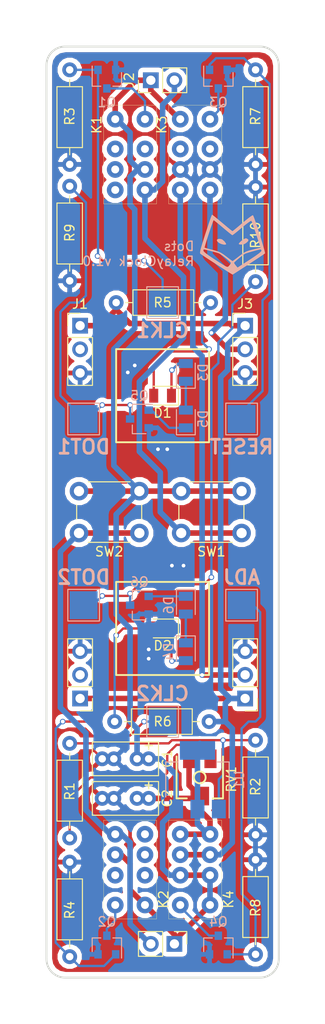
<source format=kicad_pcb>
(kicad_pcb (version 4) (host pcbnew 4.0.4+e1-6308~48~ubuntu16.04.1-stable)
  (layers (0 F.Cu signal) (31 B.Cu signal) (34 B.Paste user) (35 F.Paste user) (36 B.SilkS user) (37 F.SilkS user) (38 B.Mask user) (39 F.Mask user) (44 Edge.Cuts user))
  (net 0 "")
  (net 1 +12V)
  (net 2 GND)
  (net 3 ADJ)
  (net 4 "Net-(D1-Pad1)")
  (net 5 +12P)
  (net 6 "Net-(D2-Pad1)")
  (net 7 "Net-(D3-Pad1)")
  (net 8 "Net-(D4-Pad1)")
  (net 9 "Net-(D5-Pad1)")
  (net 10 "Net-(D6-Pad1)")
  (net 11 RESET_1)
  (net 12 CLK1)
  (net 13 CLK2)
  (net 14 RESET_2)
  (net 15 "Net-(K1-Pad8)")
  (net 16 "Net-(K2-Pad8)")
  (net 17 "Net-(K3-Pad8)")
  (net 18 "Net-(K4-Pad8)")
  (net 19 CLK1_EXT)
  (net 20 CLK2_EXT)
  (net 21 RESET_EXT)
  (net 22 ADJ_EXT)
  (net 23 DOT1)
  (net 24 "Net-(R1-Pad1)")
  (net 25 "Net-(R1-Pad2)")
  (net 26 DOT2)
  (net 27 "Net-(D1-Pad2)")
  (net 28 "Net-(D2-Pad2)")
  (module Resistor_THT:R_Axial_DIN0207_L6.3mm_D2.5mm_P10.16mm_Horizontal (layer F.Cu) (at 107.5 77.5)
    (fp_text reference R5 (at 5 0) (layer F.SilkS))
    (fp_text value 33R hide)
    (pad 1 thru_hole circle (at 0 0) (size 1.6 1.6) (drill 0.8) (layers *.Cu *.Mask) (net 5 +12P))
    (pad 2 thru_hole oval (at 10.16 0) (size 1.6 1.6) (drill 0.8) (layers *.Cu *.Mask) (net 27 "Net-(D1-Pad2)"))
  )
  (module Capacitor_THT:C_Rect_L7.0mm_W3.5mm_P2.50mm_P5.00mm (layer F.Cu) (at 111 126.5 180)
    (fp_text reference C1 (at -2 0 270) (layer F.SilkS))
    (fp_text value 10u)
    (pad 1 thru_hole circle (at 1.25 0 180) (size 1.6 1.6) (drill 0.8) (layers *.Cu *.Mask) (net 1 +12V))
    (pad 2 thru_hole circle (at 3.75 0 180) (size 1.6 1.6) (drill 0.8) (layers *.Cu *.Mask) (net 2 GND))
    (pad 1 thru_hole circle (at 0 0 180) (size 1.6 1.6) (drill 0.8) (layers *.Cu *.Mask) (net 1 +12V))
    (pad 2 thru_hole circle (at 5 0 180) (size 1.6 1.6) (drill 0.8) (layers *.Cu *.Mask) (net 2 GND))
  )
  (module Capacitor_THT:C_Rect_L7.0mm_W3.5mm_P2.50mm_P5.00mm (layer F.Cu) (at 111 130.75 180)
    (fp_text reference C2 (at -2 0 270) (layer F.SilkS))
    (fp_text value 100u hide)
    (pad 1 thru_hole circle (at 1.25 0 180) (size 1.6 1.6) (drill 0.8) (layers *.Cu *.Mask) (net 3 ADJ))
    (pad 2 thru_hole circle (at 3.75 0 180) (size 1.6 1.6) (drill 0.8) (layers *.Cu *.Mask) (net 2 GND))
    (pad 1 thru_hole circle (at 0 0 180) (size 1.6 1.6) (drill 0.8) (layers *.Cu *.Mask) (net 3 ADJ))
    (pad 2 thru_hole circle (at 5 0 180) (size 1.6 1.6) (drill 0.8) (layers *.Cu *.Mask) (net 2 GND))
  )
  (module LED_SMD:LED_0805_2012Metric_Pad0.97x1.50mm_HandSolder (layer F.Cu) (at 112.5 87.5 180)
    (fp_text reference D1 (at 0 -1.85 180) (layer F.SilkS))
    (fp_text value LED)
    (pad 1 smd rect (at -0.955 0 180) (size 0.97 1.5) (layers F.Cu F.Paste F.Mask) (net 4 "Net-(D1-Pad1)"))
    (pad 2 smd rect (at 0.955 0 180) (size 0.97 1.5) (layers F.Cu F.Paste F.Mask) (net 27 "Net-(D1-Pad2)"))
  )
  (module LED_SMD:LED_0805_2012Metric_Pad0.97x1.50mm_HandSolder (layer F.Cu) (at 112.5 112.5 180)
    (fp_text reference D2 (at 0 -1.85 180) (layer F.SilkS))
    (fp_text value LED)
    (pad 1 smd rect (at -0.955 0 180) (size 0.97 1.5) (layers F.Cu F.Paste F.Mask) (net 6 "Net-(D2-Pad1)"))
    (pad 2 smd rect (at 0.955 0 180) (size 0.97 1.5) (layers F.Cu F.Paste F.Mask) (net 28 "Net-(D2-Pad2)"))
  )
  (module LED_SMD:LED_0805_2012Metric_Pad0.97x1.50mm_HandSolder (layer B.Cu) (at 115 85 90)
    (fp_text reference D3 (at 0 1.85 90) (layer B.SilkS) (effects (justify mirror)))
    (fp_text value LED)
    (pad 1 smd rect (at -0.955 0 90) (size 0.97 1.5) (layers B.Cu B.Paste B.Mask) (net 7 "Net-(D3-Pad1)"))
    (pad 2 smd rect (at 0.955 0 90) (size 0.97 1.5) (layers B.Cu B.Paste B.Mask) (net 4 "Net-(D1-Pad1)"))
  )
  (module LED_SMD:LED_0805_2012Metric_Pad0.97x1.50mm_HandSolder (layer B.Cu) (at 115 115 270)
    (fp_text reference D4 (at 0 1.85 270) (layer B.SilkS) (effects (justify mirror)))
    (fp_text value LED)
    (pad 1 smd rect (at -0.955 0 270) (size 0.97 1.5) (layers B.Cu B.Paste B.Mask) (net 8 "Net-(D4-Pad1)"))
    (pad 2 smd rect (at 0.955 0 270) (size 0.97 1.5) (layers B.Cu B.Paste B.Mask) (net 6 "Net-(D2-Pad1)"))
  )
  (module LED_SMD:LED_0805_2012Metric_Pad0.97x1.50mm_HandSolder (layer B.Cu) (at 115 90 90)
    (fp_text reference D5 (at 0 1.85 90) (layer B.SilkS) (effects (justify mirror)))
    (fp_text value LED)
    (pad 1 smd rect (at -0.955 0 90) (size 0.97 1.5) (layers B.Cu B.Paste B.Mask) (net 9 "Net-(D5-Pad1)"))
    (pad 2 smd rect (at 0.955 0 90) (size 0.97 1.5) (layers B.Cu B.Paste B.Mask) (net 7 "Net-(D3-Pad1)"))
  )
  (module LED_SMD:LED_0805_2012Metric_Pad0.97x1.50mm_HandSolder (layer B.Cu) (at 115 110 270)
    (fp_text reference D6 (at 0 1.85 270) (layer B.SilkS) (effects (justify mirror)))
    (fp_text value LED)
    (pad 1 smd rect (at -0.955 0 270) (size 0.97 1.5) (layers B.Cu B.Paste B.Mask) (net 10 "Net-(D6-Pad1)"))
    (pad 2 smd rect (at 0.955 0 270) (size 0.97 1.5) (layers B.Cu B.Paste B.Mask) (net 8 "Net-(D4-Pad1)"))
  )
  (module Connector_PinHeader_2.54mm:PinHeader_1x03_P2.54mm_Vertical (layer F.Cu) (at 103.62 79.98)
    (fp_text reference J1 (at 0 -2.33) (layer F.SilkS))
    (fp_text value Conn_01x03 hide)
    (pad 1 thru_hole rect (at 0 0) (size 1.7 1.7) (drill 1) (layers *.Cu *.Mask) (net 5 +12P))
    (pad 2 thru_hole oval (at 0 2.54) (size 1.7 1.7) (drill 1) (layers *.Cu *.Mask))
    (pad 3 thru_hole oval (at 0 5.08) (size 1.7 1.7) (drill 1) (layers *.Cu *.Mask) (net 2 GND))
  )
  (module Connector_PinHeader_2.54mm:PinHeader_1x02_P2.54mm_Vertical (layer F.Cu) (at 111.23 53.62 90)
    (fp_text reference J2 (at 0 -2.33 90) (layer F.SilkS))
    (fp_text value Conn_01x02 hide)
    (pad 1 thru_hole rect (at 0 0 90) (size 1.7 1.7) (drill 1) (layers *.Cu *.Mask) (net 1 +12V))
    (pad 2 thru_hole oval (at 0 2.54 90) (size 1.7 1.7) (drill 1) (layers *.Cu *.Mask) (net 12 CLK1))
  )
  (module Connector_PinHeader_2.54mm:PinHeader_1x03_P2.54mm_Vertical (layer F.Cu) (at 121.38 79.98)
    (fp_text reference J3 (at 0 -2.33) (layer F.SilkS))
    (fp_text value Conn_01x03 hide)
    (pad 1 thru_hole rect (at 0 0) (size 1.7 1.7) (drill 1) (layers *.Cu *.Mask) (net 5 +12P))
    (pad 2 thru_hole oval (at 0 2.54) (size 1.7 1.7) (drill 1) (layers *.Cu *.Mask) (net 11 RESET_1))
    (pad 3 thru_hole oval (at 0 5.08) (size 1.7 1.7) (drill 1) (layers *.Cu *.Mask) (net 2 GND))
  )
  (module Connector_PinHeader_2.54mm:PinHeader_1x02_P2.54mm_Vertical (layer F.Cu) (at 113.77 146.38 270)
    (fp_text reference J4 hide)
    (fp_text value Conn_01x02 hide)
    (pad 1 thru_hole rect (at 0 0 270) (size 1.7 1.7) (drill 1) (layers *.Cu *.Mask) (net 1 +12V))
    (pad 2 thru_hole oval (at 0 2.54 270) (size 1.7 1.7) (drill 1) (layers *.Cu *.Mask) (net 13 CLK2))
  )
  (module Connector_PinHeader_2.54mm:PinHeader_1x03_P2.54mm_Vertical (layer F.Cu) (at 103.62 120.02 180)
    (fp_text reference J5 hide)
    (fp_text value Conn_01x03 hide)
    (pad 1 thru_hole rect (at 0 0 180) (size 1.7 1.7) (drill 1) (layers *.Cu *.Mask) (net 5 +12P))
    (pad 2 thru_hole oval (at 0 2.54 180) (size 1.7 1.7) (drill 1) (layers *.Cu *.Mask))
    (pad 3 thru_hole oval (at 0 5.08 180) (size 1.7 1.7) (drill 1) (layers *.Cu *.Mask) (net 2 GND))
  )
  (module Connector_PinHeader_2.54mm:PinHeader_1x03_P2.54mm_Vertical (layer F.Cu) (at 121.38 120.02 180)
    (fp_text reference J6 hide)
    (fp_text value Conn_01x03 hide)
    (pad 1 thru_hole rect (at 0 0 180) (size 1.7 1.7) (drill 1) (layers *.Cu *.Mask) (net 5 +12P))
    (pad 2 thru_hole oval (at 0 2.54 180) (size 1.7 1.7) (drill 1) (layers *.Cu *.Mask) (net 14 RESET_2))
    (pad 3 thru_hole oval (at 0 5.08 180) (size 1.7 1.7) (drill 1) (layers *.Cu *.Mask) (net 2 GND))
  )
  (module relayclock:FTR-B4_PTH (layer F.Cu) (at 109 61 270)
    (fp_text reference K1 (at -2.6 3.6 450) (layer F.SilkS))
    (fp_text value FTR-B4 hide)
    (pad 1 thru_hole circle (at -3.2 1.6 270) (size 1.8 1.8) (drill 0.85) (layers *.Cu *.Mask) (net 1 +12V))
    (pad 2 thru_hole circle (at 0 1.6 270) (size 1.8 1.8) (drill 0.85) (layers *.Cu *.Mask))
    (pad 3 thru_hole circle (at 2.2 1.6 270) (size 1.8 1.8) (drill 0.85) (layers *.Cu *.Mask))
    (pad 4 thru_hole circle (at 4.4 1.6 270) (size 1.8 1.8) (drill 0.85) (layers *.Cu *.Mask))
    (pad 5 thru_hole circle (at 4.4 -1.6 270) (size 1.8 1.8) (drill 0.85) (layers *.Cu *.Mask) (net 12 CLK1))
    (pad 6 thru_hole circle (at 2.2 -1.6 270) (size 1.8 1.8) (drill 0.85) (layers *.Cu *.Mask) (net 1 +12V))
    (pad 7 thru_hole circle (at 0 -1.6 270) (size 1.8 1.8) (drill 0.85) (layers *.Cu *.Mask))
    (pad 8 thru_hole circle (at -3.2 -1.6 270) (size 1.8 1.8) (drill 0.85) (layers *.Cu *.Mask) (net 15 "Net-(K1-Pad8)"))
  )
  (module relayclock:FTR-B4_PTH (layer F.Cu) (at 109 139 90)
    (fp_text reference K2 (at -2.6 3.6 270) (layer F.SilkS))
    (fp_text value FTR-B4 hide)
    (pad 1 thru_hole circle (at -3.2 1.6 90) (size 1.8 1.8) (drill 0.85) (layers *.Cu *.Mask) (net 1 +12V))
    (pad 2 thru_hole circle (at 0 1.6 90) (size 1.8 1.8) (drill 0.85) (layers *.Cu *.Mask))
    (pad 3 thru_hole circle (at 2.2 1.6 90) (size 1.8 1.8) (drill 0.85) (layers *.Cu *.Mask))
    (pad 4 thru_hole circle (at 4.4 1.6 90) (size 1.8 1.8) (drill 0.85) (layers *.Cu *.Mask))
    (pad 5 thru_hole circle (at 4.4 -1.6 90) (size 1.8 1.8) (drill 0.85) (layers *.Cu *.Mask) (net 13 CLK2))
    (pad 6 thru_hole circle (at 2.2 -1.6 90) (size 1.8 1.8) (drill 0.85) (layers *.Cu *.Mask) (net 1 +12V))
    (pad 7 thru_hole circle (at 0 -1.6 90) (size 1.8 1.8) (drill 0.85) (layers *.Cu *.Mask))
    (pad 8 thru_hole circle (at -3.2 -1.6 90) (size 1.8 1.8) (drill 0.85) (layers *.Cu *.Mask) (net 16 "Net-(K2-Pad8)"))
  )
  (module relayclock:FTR-B4_PTH (layer F.Cu) (at 116 61 270)
    (fp_text reference K3 (at -2.6 3.6 450) (layer F.SilkS))
    (fp_text value FTR-B4 hide)
    (pad 1 thru_hole circle (at -3.2 1.6 270) (size 1.8 1.8) (drill 0.85) (layers *.Cu *.Mask) (net 1 +12V))
    (pad 2 thru_hole circle (at 0 1.6 270) (size 1.8 1.8) (drill 0.85) (layers *.Cu *.Mask))
    (pad 3 thru_hole circle (at 2.2 1.6 270) (size 1.8 1.8) (drill 0.85) (layers *.Cu *.Mask) (net 2 GND))
    (pad 4 thru_hole circle (at 4.4 1.6 270) (size 1.8 1.8) (drill 0.85) (layers *.Cu *.Mask) (net 14 RESET_2))
    (pad 5 thru_hole circle (at 4.4 -1.6 270) (size 1.8 1.8) (drill 0.85) (layers *.Cu *.Mask) (net 11 RESET_1))
    (pad 6 thru_hole circle (at 2.2 -1.6 270) (size 1.8 1.8) (drill 0.85) (layers *.Cu *.Mask) (net 2 GND))
    (pad 7 thru_hole circle (at 0 -1.6 270) (size 1.8 1.8) (drill 0.85) (layers *.Cu *.Mask))
    (pad 8 thru_hole circle (at -3.2 -1.6 270) (size 1.8 1.8) (drill 0.85) (layers *.Cu *.Mask) (net 17 "Net-(K3-Pad8)"))
  )
  (module relayclock:FTR-B4_PTH (layer F.Cu) (at 116 139 90)
    (fp_text reference K4 (at -2.6 3.6 270) (layer F.SilkS))
    (fp_text value FTR-B4 hide)
    (pad 1 thru_hole circle (at -3.2 1.6 90) (size 1.8 1.8) (drill 0.85) (layers *.Cu *.Mask) (net 1 +12V))
    (pad 2 thru_hole circle (at 0 1.6 90) (size 1.8 1.8) (drill 0.85) (layers *.Cu *.Mask) (net 1 +12V))
    (pad 3 thru_hole circle (at 2.2 1.6 90) (size 1.8 1.8) (drill 0.85) (layers *.Cu *.Mask) (net 5 +12P))
    (pad 4 thru_hole circle (at 4.4 1.6 90) (size 1.8 1.8) (drill 0.85) (layers *.Cu *.Mask) (net 3 ADJ))
    (pad 5 thru_hole circle (at 4.4 -1.6 90) (size 1.8 1.8) (drill 0.85) (layers *.Cu *.Mask) (net 3 ADJ))
    (pad 6 thru_hole circle (at 2.2 -1.6 90) (size 1.8 1.8) (drill 0.85) (layers *.Cu *.Mask) (net 5 +12P))
    (pad 7 thru_hole circle (at 0 -1.6 90) (size 1.8 1.8) (drill 0.85) (layers *.Cu *.Mask) (net 1 +12V))
    (pad 8 thru_hole circle (at -3.2 -1.6 90) (size 1.8 1.8) (drill 0.85) (layers *.Cu *.Mask) (net 18 "Net-(K4-Pad8)"))
  )
  (module Package_TO_SOT_SMD:SOT-23 (layer B.Cu) (at 106.5 53.5 270)
    (fp_text reference Q1 (at 2.5 0 360) (layer B.SilkS) (effects (justify mirror)))
    (fp_text value Q_NMOS_GSD hide)
    (pad 1 smd rect (at -1 0.95 270) (size 0.9 0.8) (layers B.Cu B.Paste B.Mask) (net 19 CLK1_EXT))
    (pad 2 smd rect (at -1 -0.95 270) (size 0.9 0.8) (layers B.Cu B.Paste B.Mask) (net 2 GND))
    (pad 3 smd rect (at 1 0 270) (size 0.9 0.8) (layers B.Cu B.Paste B.Mask) (net 15 "Net-(K1-Pad8)"))
  )
  (module Package_TO_SOT_SMD:SOT-23 (layer B.Cu) (at 106.5 146.5 90)
    (fp_text reference Q2 (at 2.5 0 180) (layer B.SilkS) (effects (justify mirror)))
    (fp_text value Q_NMOS_GSD hide)
    (pad 1 smd rect (at -1 0.95 90) (size 0.9 0.8) (layers B.Cu B.Paste B.Mask) (net 20 CLK2_EXT))
    (pad 2 smd rect (at -1 -0.95 90) (size 0.9 0.8) (layers B.Cu B.Paste B.Mask) (net 2 GND))
    (pad 3 smd rect (at 1 0 90) (size 0.9 0.8) (layers B.Cu B.Paste B.Mask) (net 16 "Net-(K2-Pad8)"))
  )
  (module Package_TO_SOT_SMD:SOT-23 (layer B.Cu) (at 118.5 53.5 270)
    (fp_text reference Q3 (at 2.5 0 360) (layer B.SilkS) (effects (justify mirror)))
    (fp_text value Q_NMOS_GSD hide)
    (pad 1 smd rect (at -1 0.95 270) (size 0.9 0.8) (layers B.Cu B.Paste B.Mask) (net 21 RESET_EXT))
    (pad 2 smd rect (at -1 -0.95 270) (size 0.9 0.8) (layers B.Cu B.Paste B.Mask) (net 2 GND))
    (pad 3 smd rect (at 1 0 270) (size 0.9 0.8) (layers B.Cu B.Paste B.Mask) (net 17 "Net-(K3-Pad8)"))
  )
  (module Package_TO_SOT_SMD:SOT-23 (layer B.Cu) (at 118.5 146.5 90)
    (fp_text reference Q4 (at 2.5 0 180) (layer B.SilkS) (effects (justify mirror)))
    (fp_text value Q_NMOS_GSD hide)
    (pad 1 smd rect (at -1 0.95 90) (size 0.9 0.8) (layers B.Cu B.Paste B.Mask) (net 22 ADJ_EXT))
    (pad 2 smd rect (at -1 -0.95 90) (size 0.9 0.8) (layers B.Cu B.Paste B.Mask) (net 2 GND))
    (pad 3 smd rect (at 1 0 90) (size 0.9 0.8) (layers B.Cu B.Paste B.Mask) (net 18 "Net-(K4-Pad8)"))
  )
  (module Package_TO_SOT_SMD:SOT-23 (layer B.Cu) (at 110 90 180)
    (fp_text reference Q5 (at 0 2.5 180) (layer B.SilkS) (effects (justify mirror)))
    (fp_text value Q_NMOS_DSG hide)
    (pad 1 smd rect (at -1 0.95 180) (size 0.9 0.8) (layers B.Cu B.Paste B.Mask) (net 9 "Net-(D5-Pad1)"))
    (pad 2 smd rect (at -1 -0.95 180) (size 0.9 0.8) (layers B.Cu B.Paste B.Mask) (net 2 GND))
    (pad 3 smd rect (at 1 0 180) (size 0.9 0.8) (layers B.Cu B.Paste B.Mask) (net 23 DOT1))
  )
  (module Package_TO_SOT_SMD:SOT-23 (layer B.Cu) (at 110 110 180)
    (fp_text reference Q6 (at 0 2.5 180) (layer B.SilkS) (effects (justify mirror)))
    (fp_text value Q_NMOS_DSG hide)
    (pad 1 smd rect (at -1 0.95 180) (size 0.9 0.8) (layers B.Cu B.Paste B.Mask) (net 10 "Net-(D6-Pad1)"))
    (pad 2 smd rect (at -1 -0.95 180) (size 0.9 0.8) (layers B.Cu B.Paste B.Mask) (net 2 GND))
    (pad 3 smd rect (at 1 0 180) (size 0.9 0.8) (layers B.Cu B.Paste B.Mask) (net 26 DOT2))
  )
  (module Resistor_THT:R_Axial_DIN0207_L6.3mm_D2.5mm_P10.16mm_Horizontal (layer F.Cu) (at 102.5 135 90)
    (fp_text reference R1 (at 5 0 90) (layer F.SilkS))
    (fp_text value 1k8 hide)
    (pad 1 thru_hole circle (at 0 0 90) (size 1.6 1.6) (drill 0.8) (layers *.Cu *.Mask) (net 24 "Net-(R1-Pad1)"))
    (pad 2 thru_hole oval (at 10.16 0 90) (size 1.6 1.6) (drill 0.8) (layers *.Cu *.Mask) (net 25 "Net-(R1-Pad2)"))
  )
  (module Resistor_THT:R_Axial_DIN0207_L6.3mm_D2.5mm_P10.16mm_Horizontal (layer F.Cu) (at 122.5 124.5 270)
    (fp_text reference R2 (at 5 0 270) (layer F.SilkS))
    (fp_text value 2k5 hide)
    (pad 1 thru_hole circle (at 0 0 270) (size 1.6 1.6) (drill 0.8) (layers *.Cu *.Mask) (net 25 "Net-(R1-Pad2)"))
    (pad 2 thru_hole oval (at 10.16 0 270) (size 1.6 1.6) (drill 0.8) (layers *.Cu *.Mask) (net 2 GND))
  )
  (module relayclock:TrimmPoti_Model23A_SMD (layer F.Cu) (at 116.5 128.5 90)
    (fp_text reference RV1 (at -0.2 3.4 270) (layer F.SilkS))
    (fp_text value 20k hide)
    (pad 2 smd rect (at -2 0 90) (size 2 2) (layers F.Cu F.Paste F.Mask) (net 3 ADJ))
    (pad 3 smd rect (at 2 1.15 90) (size 2 1.3) (layers F.Cu F.Paste F.Mask) (net 24 "Net-(R1-Pad1)"))
    (pad 1 smd rect (at 2 -1.15 90) (size 2 1.3) (layers F.Cu F.Paste F.Mask) (net 3 ADJ))
  )
  (module Button_Switch_THT:SW_PUSH_6mm (layer F.Cu) (at 121 102.25 180)
    (fp_text reference SW1 (at 3.25 -2 180) (layer F.SilkS))
    (fp_text value SW_Push)
    (pad 2 thru_hole circle (at 0 4.5 270) (size 2 2) (drill 1.1) (layers *.Cu *.Mask) (net 1 +12V))
    (pad 1 thru_hole circle (at 0 0 270) (size 2 2) (drill 1.1) (layers *.Cu *.Mask) (net 12 CLK1))
    (pad 2 thru_hole circle (at 6.5 4.5 270) (size 2 2) (drill 1.1) (layers *.Cu *.Mask) (net 1 +12V))
    (pad 1 thru_hole circle (at 6.5 0 270) (size 2 2) (drill 1.1) (layers *.Cu *.Mask) (net 12 CLK1))
  )
  (module Button_Switch_THT:SW_PUSH_6mm (layer F.Cu) (at 110 102.25 180)
    (fp_text reference SW2 (at 3.25 -2 180) (layer F.SilkS))
    (fp_text value SW_Push)
    (pad 2 thru_hole circle (at 0 4.5 270) (size 2 2) (drill 1.1) (layers *.Cu *.Mask) (net 1 +12V))
    (pad 1 thru_hole circle (at 0 0 270) (size 2 2) (drill 1.1) (layers *.Cu *.Mask) (net 13 CLK2))
    (pad 2 thru_hole circle (at 6.5 4.5 270) (size 2 2) (drill 1.1) (layers *.Cu *.Mask) (net 1 +12V))
    (pad 1 thru_hole circle (at 6.5 0 270) (size 2 2) (drill 1.1) (layers *.Cu *.Mask) (net 13 CLK2))
  )
  (module TestPoint:TestPoint_Pad_3.0x3.0mm (layer B.Cu) (at 104 90)
    (fp_text reference J7 hide)
    (fp_text value Conn_01x01 hide)
    (pad 1 smd rect (at 0 0) (size 3 3) (layers B.Cu B.Mask) (net 23 DOT1))
  )
  (module TestPoint:TestPoint_Pad_3.0x3.0mm (layer B.Cu) (at 104 110)
    (fp_text reference J8 hide)
    (fp_text value Conn_01x01 hide)
    (pad 1 smd rect (at 0 0) (size 3 3) (layers B.Cu B.Mask) (net 26 DOT2))
  )
  (module TestPoint:TestPoint_Pad_3.0x3.0mm (layer B.Cu) (at 112.5 77.5)
    (fp_text reference J9 hide)
    (fp_text value Conn_01x01 hide)
    (pad 1 smd rect (at 0 0) (size 3 3) (layers B.Cu B.Mask) (net 19 CLK1_EXT))
  )
  (module TestPoint:TestPoint_Pad_3.0x3.0mm (layer B.Cu) (at 112.5 122.5)
    (fp_text reference J10 hide)
    (fp_text value Conn_01x01)
    (pad 1 smd rect (at 0 0) (size 3 3) (layers B.Cu B.Mask) (net 20 CLK2_EXT))
  )
  (module TestPoint:TestPoint_Pad_3.0x3.0mm (layer B.Cu) (at 121 90)
    (fp_text reference J11 hide)
    (fp_text value Conn_01x01 hide)
    (pad 1 smd rect (at 0 0) (size 3 3) (layers B.Cu B.Mask) (net 21 RESET_EXT))
  )
  (module TestPoint:TestPoint_Pad_3.0x3.0mm (layer B.Cu) (at 121 110)
    (fp_text reference J12 hide)
    (fp_text value Conn_01x01 hide)
    (pad 1 smd rect (at 0 0) (size 3 3) (layers B.Cu B.Mask) (net 22 ADJ_EXT))
  )
  (module Resistor_THT:R_Axial_DIN0207_L6.3mm_D2.5mm_P10.16mm_Horizontal (layer F.Cu) (at 102.5 52.5 270)
    (fp_text reference R3 (at 5 0 270) (layer F.SilkS))
    (fp_text value 1k8 hide)
    (pad 1 thru_hole circle (at 0 0 270) (size 1.6 1.6) (drill 0.8) (layers *.Cu *.Mask) (net 19 CLK1_EXT))
    (pad 2 thru_hole oval (at 10.16 0 270) (size 1.6 1.6) (drill 0.8) (layers *.Cu *.Mask) (net 2 GND))
  )
  (module Resistor_THT:R_Axial_DIN0207_L6.3mm_D2.5mm_P10.16mm_Horizontal (layer F.Cu) (at 102.5 147.75 90)
    (fp_text reference R4 (at 5 0 90) (layer F.SilkS))
    (fp_text value 1k8 hide)
    (pad 1 thru_hole circle (at 0 0 90) (size 1.6 1.6) (drill 0.8) (layers *.Cu *.Mask) (net 20 CLK2_EXT))
    (pad 2 thru_hole oval (at 10.16 0 90) (size 1.6 1.6) (drill 0.8) (layers *.Cu *.Mask) (net 2 GND))
  )
  (module Resistor_THT:R_Axial_DIN0207_L6.3mm_D2.5mm_P10.16mm_Horizontal (layer F.Cu) (at 117.5 122.5 180)
    (fp_text reference R6 (at 5 0 180) (layer F.SilkS))
    (fp_text value 33R)
    (pad 1 thru_hole circle (at 0 0 180) (size 1.6 1.6) (drill 0.8) (layers *.Cu *.Mask) (net 5 +12P))
    (pad 2 thru_hole oval (at 10.16 0 180) (size 1.6 1.6) (drill 0.8) (layers *.Cu *.Mask) (net 28 "Net-(D2-Pad2)"))
  )
  (module Resistor_THT:R_Axial_DIN0207_L6.3mm_D2.5mm_P10.16mm_Horizontal (layer F.Cu) (at 122.5 52.5 270)
    (fp_text reference R7 (at 5 0 270) (layer F.SilkS))
    (fp_text value 1k8 hide)
    (pad 1 thru_hole circle (at 0 0 270) (size 1.6 1.6) (drill 0.8) (layers *.Cu *.Mask) (net 21 RESET_EXT))
    (pad 2 thru_hole oval (at 10.16 0 270) (size 1.6 1.6) (drill 0.8) (layers *.Cu *.Mask) (net 2 GND))
  )
  (module Resistor_THT:R_Axial_DIN0207_L6.3mm_D2.5mm_P10.16mm_Horizontal (layer F.Cu) (at 122.5 147.5 90)
    (fp_text reference R8 (at 5 0 90) (layer F.SilkS))
    (fp_text value 1k8 hide)
    (pad 1 thru_hole circle (at 0 0 90) (size 1.6 1.6) (drill 0.8) (layers *.Cu *.Mask) (net 22 ADJ_EXT))
    (pad 2 thru_hole oval (at 10.16 0 90) (size 1.6 1.6) (drill 0.8) (layers *.Cu *.Mask) (net 2 GND))
  )
  (module Resistor_THT:R_Axial_DIN0207_L6.3mm_D2.5mm_P10.16mm_Horizontal (layer F.Cu) (at 102.5 65 270)
    (fp_text reference R9 (at 5 0 270) (layer F.SilkS))
    (fp_text value 1k8 hide)
    (pad 1 thru_hole circle (at 0 0 270) (size 1.6 1.6) (drill 0.8) (layers *.Cu *.Mask) (net 23 DOT1))
    (pad 2 thru_hole oval (at 10.16 0 270) (size 1.6 1.6) (drill 0.8) (layers *.Cu *.Mask) (net 2 GND))
  )
  (module Resistor_THT:R_Axial_DIN0207_L6.3mm_D2.5mm_P10.16mm_Horizontal (layer F.Cu) (at 122.5 75.25 90)
    (fp_text reference R10 (at 5 0 90) (layer F.SilkS))
    (fp_text value 1k8 hide)
    (pad 1 thru_hole circle (at 0 0 90) (size 1.6 1.6) (drill 0.8) (layers *.Cu *.Mask) (net 26 DOT2))
    (pad 2 thru_hole oval (at 10.16 0 90) (size 1.6 1.6) (drill 0.8) (layers *.Cu *.Mask) (net 2 GND))
  )
  (module Package_TO_SOT_SMD:SOT-223-3_TabPin2 (layer B.Cu) (at 116.25 128.75 90)
    (fp_text reference U1 (at 0 4.5 90) (layer B.SilkS) (effects (justify mirror)))
    (fp_text value AP1117-ADJ)
    (pad 2 smd rect (at 3.15 0 90) (size 2 3.8) (layers B.Cu B.Paste B.Mask) (net 3 ADJ))
    (pad 2 smd rect (at -3.15 0 90) (size 2 1.5) (layers B.Cu B.Paste B.Mask) (net 3 ADJ))
    (pad 3 smd rect (at -3.15 -2.3 90) (size 2 1.5) (layers B.Cu B.Paste B.Mask) (net 1 +12V))
    (pad 1 smd rect (at -3.15 2.3 90) (size 2 1.5) (layers B.Cu B.Paste B.Mask) (net 25 "Net-(R1-Pad2)"))
  )
  (module relayclock:FOX (layer B.Cu) (at 119 75 180)
    (fp_text reference G*** hide)
    (fp_text value LOGO hide)
  )
  (gr_text + (at 111 129.25) (layer F.SilkS) (effects (font (size 1 1))))
  (gr_text + (at 111 125) (layer F.SilkS) (effects (font (size 1 1))))
  (gr_text "Dots\nRelayClock v1.0" (at 116 72.25) (layer B.SilkS) (effects (font (size 1 1)) (justify left mirror)))
  (gr_arc (start 123 148) (end 125 148) (angle 90) (layer Edge.Cuts) (width 0.2))
  (gr_arc (start 102 148) (end 102 150) (angle 90) (layer Edge.Cuts) (width 0.2))
  (gr_arc (start 123 52) (end 123 50) (angle 90) (layer Edge.Cuts) (width 0.2))
  (gr_arc (start 102 52) (end 100 52) (angle 90) (layer Edge.Cuts) (width 0.2))
  (gr_text RESET (at 121 93) (layer B.SilkS) (effects (font (size 1.5 1.5) (thickness 0.3)) (justify mirror)))
  (gr_text DOT1 (at 104 93) (layer B.SilkS) (effects (font (size 1.5 1.5) (thickness 0.3)) (justify mirror)))
  (gr_text ADJ (at 121 107) (layer B.SilkS) (effects (font (size 1.5 1.5) (thickness 0.3)) (justify mirror)))
  (gr_text DOT2 (at 104 107) (layer B.SilkS) (effects (font (size 1.5 1.5) (thickness 0.3)) (justify mirror)))
  (gr_text CLK2 (at 112.5 119.5) (layer B.SilkS) (effects (font (size 1.5 1.5) (thickness 0.3)) (justify mirror)))
  (gr_text CLK1 (at 112.5 80.5) (layer B.SilkS) (effects (font (size 1.5 1.5) (thickness 0.3)) (justify mirror)))
  (gr_line (start 107.5 117.5) (end 107.5 107.5) (angle 90) (layer F.SilkS) (width 0.2))
  (gr_line (start 117.5 117.5) (end 107.5 117.5) (angle 90) (layer F.SilkS) (width 0.2))
  (gr_line (start 117.5 107.5) (end 117.5 117.5) (angle 90) (layer F.SilkS) (width 0.2))
  (gr_line (start 107.5 107.5) (end 117.5 107.5) (angle 90) (layer F.SilkS) (width 0.2))
  (gr_line (start 107.5 82.5) (end 107.5 92.5) (angle 90) (layer F.SilkS) (width 0.2))
  (gr_line (start 117.5 82.5) (end 107.5 82.5) (angle 90) (layer F.SilkS) (width 0.2))
  (gr_line (start 117.5 92.5) (end 117.5 82.5) (angle 90) (layer F.SilkS) (width 0.2))
  (gr_line (start 107.5 92.5) (end 117.5 92.5) (angle 90) (layer F.SilkS) (width 0.2))
  (gr_line (start 100 148) (end 100 52) (angle 90) (layer Edge.Cuts) (width 0.2))
  (gr_line (start 123 150) (end 102 150) (angle 90) (layer Edge.Cuts) (width 0.2))
  (gr_line (start 125 52) (end 125 148) (angle 90) (layer Edge.Cuts) (width 0.2))
  (gr_line (start 102 50) (end 123 50) (angle 90) (layer Edge.Cuts) (width 0.2))
  (segment (start 107.25 82.5) (end 109.5 80.25) (width 0.6) (layer B.Cu) (net 1))
  (segment (start 111 126.5) (end 109.75 126.5) (width 0.6) (layer B.Cu) (net 1))
  (segment (start 113.95 131.9) (end 113.95 128.2) (width 0.6) (layer B.Cu) (net 1))
  (segment (start 112.25 126.5) (end 111 126.5) (width 0.6) (layer B.Cu) (net 1))
  (segment (start 113.95 128.2) (end 112.25 126.5) (width 0.6) (layer B.Cu) (net 1))
  (segment (start 112.5 138.25) (end 112.5 133.35) (width 0.6) (layer B.Cu) (net 1))
  (segment (start 112.5 138.25) (end 113.25 139) (width 0.6) (layer B.Cu) (net 1))
  (segment (start 114.4 139) (end 113.25 139) (width 0.6) (layer B.Cu) (net 1))
  (segment (start 112.5 133.35) (end 113.95 131.9) (width 0.6) (layer B.Cu) (net 1))
  (segment (start 109 140.25) (end 109 140.6) (width 0.6) (layer F.Cu) (net 1))
  (segment (start 109 140.25) (end 109 137.75) (width 0.6) (layer F.Cu) (net 1))
  (segment (start 108.05 136.8) (end 109 137.75) (width 0.6) (layer F.Cu) (net 1))
  (segment (start 109 140.6) (end 110.6 142.2) (width 0.6) (layer F.Cu) (net 1))
  (segment (start 113.77 146.38) (end 113.77 145.37) (width 0.6) (layer F.Cu) (net 1))
  (segment (start 113.77 145.37) (end 110.6 142.2) (width 0.6) (layer F.Cu) (net 1))
  (segment (start 107.25 95) (end 107.25 82.5) (width 0.6) (layer B.Cu) (net 1))
  (segment (start 109.5 67.5) (end 109 67) (width 0.6) (layer B.Cu) (net 1))
  (segment (start 109 67) (end 109 64) (width 0.6) (layer B.Cu) (net 1))
  (segment (start 109 64) (end 109.8 63.2) (width 0.6) (layer B.Cu) (net 1))
  (segment (start 109.5 80.25) (end 109.5 74.75) (width 0.6) (layer B.Cu) (net 1))
  (segment (start 109.5 74.75) (end 109.5 67.5) (width 0.6) (layer B.Cu) (net 1))
  (segment (start 110 97.75) (end 107.25 95) (width 0.6) (layer B.Cu) (net 1))
  (segment (start 109.8 63.2) (end 110.6 63.2) (width 0.6) (layer B.Cu) (net 1))
  (segment (start 107.5 111) (end 107.5 100.25) (width 0.6) (layer B.Cu) (net 1))
  (segment (start 107.5 100.25) (end 110 97.75) (width 0.6) (layer B.Cu) (net 1))
  (segment (start 109.75 126.5) (end 109.75 123.25) (width 0.6) (layer B.Cu) (net 1))
  (segment (start 109 112.5) (end 107.5 111) (width 0.6) (layer B.Cu) (net 1))
  (segment (start 109 122.5) (end 109 112.5) (width 0.6) (layer B.Cu) (net 1))
  (segment (start 109.75 123.25) (end 109 122.5) (width 0.6) (layer B.Cu) (net 1))
  (segment (start 108.05 136.8) (end 107.4 136.8) (width 0.6) (layer F.Cu) (net 1))
  (segment (start 113.77 146.38) (end 113.77 146.03) (width 0.25) (layer F.Cu) (net 1))
  (segment (start 113.77 146.03) (end 117.6 142.2) (width 0.6) (layer F.Cu) (net 1))
  (segment (start 110.6 142.2) (end 110.6 142.15) (width 0.25) (layer F.Cu) (net 1))
  (segment (start 117.6 139) (end 117.6 142.2) (width 0.6) (layer B.Cu) (net 1))
  (segment (start 114.4 139) (end 117.6 139) (width 0.6) (layer F.Cu) (net 1))
  (segment (start 103.5 97.75) (end 110 97.75) (width 0.6) (layer F.Cu) (net 1))
  (segment (start 110 97.75) (end 114.5 97.75) (width 0.6) (layer F.Cu) (net 1))
  (segment (start 114.5 97.75) (end 121 97.75) (width 0.6) (layer F.Cu) (net 1))
  (segment (start 107.4 57.8) (end 107.55 57.8) (width 0.25) (layer B.Cu) (net 1))
  (segment (start 107.55 57.8) (end 109 59.25) (width 0.6) (layer B.Cu) (net 1))
  (segment (start 109 62.25) (end 109.95 63.2) (width 0.6) (layer B.Cu) (net 1))
  (segment (start 109 59.25) (end 109 62.25) (width 0.6) (layer B.Cu) (net 1))
  (segment (start 109.95 63.2) (end 110.6 63.2) (width 0.25) (layer B.Cu) (net 1))
  (segment (start 114.4 57.8) (end 114.3 57.8) (width 0.25) (layer F.Cu) (net 1))
  (segment (start 114.3 57.8) (end 111.23 54.73) (width 0.6) (layer F.Cu) (net 1))
  (segment (start 111.23 54.73) (end 111.23 53.62) (width 0.6) (layer F.Cu) (net 1))
  (segment (start 107.4 57.8) (end 107.4 55.85) (width 0.6) (layer F.Cu) (net 1))
  (segment (start 109.63 53.62) (end 111.23 53.62) (width 0.6) (layer F.Cu) (net 1))
  (segment (start 107.4 55.85) (end 109.63 53.62) (width 0.6) (layer F.Cu) (net 1))
  (segment (start 121.38 114.94) (end 121.38 106.63) (width 0.25) (layer F.Cu) (net 2))
  (via (at 113.5 105.75) (size 0.6) (drill 0.4) (layers F.Cu B.Cu) (net 2))
  (segment (start 114.75 105.75) (end 113.5 105.75) (width 0.25) (layer B.Cu) (net 2))
  (via (at 114.75 105.75) (size 0.6) (drill 0.4) (layers F.Cu B.Cu) (net 2))
  (segment (start 120.5 105.75) (end 114.75 105.75) (width 0.25) (layer F.Cu) (net 2))
  (segment (start 121.38 106.63) (end 120.5 105.75) (width 0.25) (layer F.Cu) (net 2))
  (segment (start 106 126.5) (end 105.25 125.75) (width 0.25) (layer F.Cu) (net 2))
  (segment (start 105 125.5) (end 104.25 126.25) (width 0.25) (layer F.Cu) (net 2))
  (segment (start 105.25 125.75) (end 105 125.5) (width 0.25) (layer F.Cu) (net 2))
  (segment (start 107.25 126.5) (end 108.25 127.5) (width 0.25) (layer F.Cu) (net 2))
  (segment (start 111 115.75) (end 111 114.75) (width 0.25) (layer B.Cu) (net 2))
  (via (at 111 114.75) (size 0.6) (drill 0.4) (layers F.Cu B.Cu) (net 2))
  (segment (start 111 114.75) (end 111 110.95) (width 0.25) (layer B.Cu) (net 2))
  (via (at 111 115.75) (size 0.6) (drill 0.4) (layers F.Cu B.Cu) (net 2))
  (segment (start 113 93.25) (end 112 93.25) (width 0.25) (layer F.Cu) (net 2))
  (segment (start 111 92.25) (end 112 93.25) (width 0.25) (layer B.Cu) (net 2))
  (via (at 112 93.25) (size 0.6) (drill 0.4) (layers F.Cu B.Cu) (net 2))
  (segment (start 111 92.25) (end 111 90.95) (width 0.25) (layer B.Cu) (net 2))
  (via (at 113 93.25) (size 0.6) (drill 0.4) (layers F.Cu B.Cu) (net 2))
  (segment (start 109.5 84.25) (end 108.75 85) (width 0.25) (layer B.Cu) (net 2))
  (segment (start 108.69 85.06) (end 108.75 85) (width 0.25) (layer F.Cu) (net 2))
  (via (at 108.75 85) (size 0.6) (drill 0.4) (layers F.Cu B.Cu) (net 2))
  (segment (start 108.69 85.06) (end 103.62 85.06) (width 0.25) (layer F.Cu) (net 2))
  (via (at 109.5 84.25) (size 0.6) (drill 0.4) (layers F.Cu B.Cu) (net 2))
  (segment (start 106 130.75) (end 105 131.75) (width 0.25) (layer F.Cu) (net 2))
  (segment (start 107.25 126.5) (end 108.5 125.25) (width 0.25) (layer B.Cu) (net 2))
  (segment (start 107.25 130.75) (end 108.5 132) (width 0.25) (layer B.Cu) (net 2))
  (segment (start 107.25 130.75) (end 108.75 129.25) (width 0.25) (layer B.Cu) (net 2))
  (segment (start 107.25 126.5) (end 108.75 128) (width 0.25) (layer B.Cu) (net 2))
  (segment (start 106 126.5) (end 105 127.5) (width 0.25) (layer F.Cu) (net 2))
  (segment (start 106 130.75) (end 107.25 130.75) (width 0.25) (layer F.Cu) (net 2))
  (segment (start 106 126.5) (end 107.25 126.5) (width 0.25) (layer F.Cu) (net 2))
  (segment (start 116.25 125.6) (end 116.25 131.9) (width 0.6) (layer B.Cu) (net 3))
  (segment (start 117.6 134.6) (end 117.35 134.6) (width 0.6) (layer B.Cu) (net 3))
  (segment (start 117.35 134.6) (end 116.25 133.5) (width 0.6) (layer B.Cu) (net 3))
  (segment (start 116.25 133.5) (end 116.25 131.9) (width 0.6) (layer B.Cu) (net 3))
  (segment (start 116.9 125.25) (end 116.5 124.85) (width 0.6) (layer B.Cu) (net 3))
  (segment (start 117.6 134.6) (end 117.6 133.1) (width 0.6) (layer F.Cu) (net 3))
  (segment (start 116.5 132) (end 116.5 130.5) (width 0.6) (layer F.Cu) (net 3))
  (segment (start 117.6 133.1) (end 116.5 132) (width 0.6) (layer F.Cu) (net 3))
  (segment (start 117.6 134.6) (end 114.4 134.6) (width 0.6) (layer F.Cu) (net 3))
  (segment (start 115.35 126.5) (end 115.35 128.5) (width 0.6) (layer F.Cu) (net 3))
  (segment (start 115.35 128.5) (end 115.35 129.35) (width 0.6) (layer F.Cu) (net 3))
  (segment (start 115.35 129.35) (end 116.5 130.5) (width 0.6) (layer F.Cu) (net 3))
  (segment (start 111 130.75) (end 116.25 130.75) (width 0.6) (layer F.Cu) (net 3))
  (segment (start 116.25 130.75) (end 116.5 130.5) (width 0.25) (layer F.Cu) (net 3))
  (segment (start 109.75 130.75) (end 111 130.75) (width 0.6) (layer F.Cu) (net 3))
  (segment (start 117.45 125.3) (end 117.5 125.25) (width 0.25) (layer B.Cu) (net 3))
  (segment (start 115 84.045) (end 114.205 84.045) (width 0.25) (layer B.Cu) (net 4))
  (segment (start 113.455 84.795) (end 113.455 87.5) (width 0.25) (layer F.Cu) (net 4))
  (segment (start 113.5 84.75) (end 113.455 84.795) (width 0.25) (layer F.Cu) (net 4))
  (via (at 113.5 84.75) (size 0.6) (drill 0.4) (layers F.Cu B.Cu) (net 4))
  (segment (start 114.205 84.045) (end 113.5 84.75) (width 0.25) (layer B.Cu) (net 4))
  (segment (start 114.4 136.8) (end 117.6 136.8) (width 0.6) (layer F.Cu) (net 5))
  (segment (start 119.25 122.5) (end 119.25 120.54) (width 0.6) (layer B.Cu) (net 5))
  (segment (start 119.25 120.54) (end 119.77 120.02) (width 0.6) (layer B.Cu) (net 5))
  (segment (start 107.5 77.5) (end 107.5 78.25) (width 0.6) (layer F.Cu) (net 5))
  (segment (start 107.5 78.25) (end 105.77 79.98) (width 0.6) (layer F.Cu) (net 5))
  (segment (start 103.62 79.98) (end 105.02 79.98) (width 0.6) (layer F.Cu) (net 5))
  (segment (start 105.77 79.98) (end 105.02 79.98) (width 0.6) (layer F.Cu) (net 5))
  (segment (start 121.38 79.98) (end 119.98 79.98) (width 0.6) (layer F.Cu) (net 5))
  (segment (start 109 79.75) (end 107.5 78.25) (width 0.6) (layer F.Cu) (net 5))
  (segment (start 119.75 79.75) (end 109 79.75) (width 0.6) (layer F.Cu) (net 5))
  (segment (start 119.98 79.98) (end 119.75 79.75) (width 0.6) (layer F.Cu) (net 5))
  (segment (start 107.5 78.25) (end 107.5 77.5) (width 0.6) (layer F.Cu) (net 5))
  (segment (start 117.5 122.5) (end 119.25 122.5) (width 0.6) (layer B.Cu) (net 5))
  (segment (start 118.7 136.8) (end 117.6 136.8) (width 0.6) (layer B.Cu) (net 5))
  (segment (start 120 135.5) (end 118.7 136.8) (width 0.6) (layer B.Cu) (net 5))
  (segment (start 120 123.25) (end 120 135.5) (width 0.6) (layer B.Cu) (net 5))
  (segment (start 119.25 122.5) (end 120 123.25) (width 0.6) (layer B.Cu) (net 5))
  (segment (start 117.5 122.5) (end 117.5 122.29) (width 0.25) (layer B.Cu) (net 5))
  (segment (start 121.38 120.02) (end 103.62 120.02) (width 0.6) (layer F.Cu) (net 5))
  (segment (start 121.38 79.98) (end 121.38 80.12) (width 0.25) (layer B.Cu) (net 5))
  (segment (start 121.38 80.12) (end 119.5 82) (width 0.6) (layer B.Cu) (net 5))
  (segment (start 119.5 82) (end 119.5 84.75) (width 0.6) (layer B.Cu) (net 5))
  (segment (start 119.5 84.75) (end 118.75 85.5) (width 0.6) (layer B.Cu) (net 5))
  (segment (start 118.75 85.5) (end 118.75 119) (width 0.6) (layer B.Cu) (net 5))
  (segment (start 118.75 119) (end 119.77 120.02) (width 0.6) (layer B.Cu) (net 5))
  (segment (start 119.77 120.02) (end 121.38 120.02) (width 0.6) (layer B.Cu) (net 5))
  (segment (start 113.455 112.5) (end 113.455 115.955) (width 0.25) (layer F.Cu) (net 6))
  (segment (start 113.545 115.955) (end 115 115.955) (width 0.25) (layer B.Cu) (net 6))
  (segment (start 113.5 116) (end 113.545 115.955) (width 0.25) (layer B.Cu) (net 6))
  (via (at 113.5 116) (size 0.6) (drill 0.4) (layers F.Cu B.Cu) (net 6))
  (segment (start 113.455 115.955) (end 113.5 116) (width 0.25) (layer F.Cu) (net 6))
  (segment (start 115 89.045) (end 115 85.955) (width 0.25) (layer B.Cu) (net 7))
  (segment (start 115 110.955) (end 115 114.045) (width 0.25) (layer B.Cu) (net 8))
  (segment (start 111 89.05) (end 111.3 89.05) (width 0.25) (layer B.Cu) (net 9))
  (segment (start 111.3 89.05) (end 113.205 90.955) (width 0.25) (layer B.Cu) (net 9))
  (segment (start 113.205 90.955) (end 115 90.955) (width 0.25) (layer B.Cu) (net 9))
  (segment (start 115 109.045) (end 111.005 109.045) (width 0.25) (layer B.Cu) (net 10))
  (segment (start 111.005 109.045) (end 111 109.05) (width 0.25) (layer B.Cu) (net 10))
  (segment (start 121.38 82.52) (end 119.52 82.52) (width 0.6) (layer F.Cu) (net 11))
  (segment (start 119.25 78.75) (end 119.25 79.25) (width 0.6) (layer B.Cu) (net 11))
  (via (at 117.75 80.75) (size 0.6) (drill 0.4) (layers F.Cu B.Cu) (net 11))
  (segment (start 119.25 79.25) (end 117.75 80.75) (width 0.6) (layer B.Cu) (net 11))
  (segment (start 119.25 78.75) (end 119.25 74) (width 0.6) (layer B.Cu) (net 11))
  (segment (start 117.6 72.35) (end 119.25 74) (width 0.6) (layer B.Cu) (net 11))
  (segment (start 117.6 72.35) (end 117.6 65.4) (width 0.6) (layer B.Cu) (net 11))
  (segment (start 119.52 82.52) (end 117.75 80.75) (width 0.6) (layer F.Cu) (net 11))
  (segment (start 121.36 82.5) (end 121.38 82.52) (width 0.6) (layer F.Cu) (net 11))
  (segment (start 110.6 65.4) (end 110.6 70.6) (width 0.6) (layer B.Cu) (net 12))
  (segment (start 112.25 100) (end 114.5 102.25) (width 0.6) (layer B.Cu) (net 12))
  (segment (start 112.25 95.75) (end 112.25 100) (width 0.6) (layer B.Cu) (net 12))
  (segment (start 110 93.5) (end 112.25 95.75) (width 0.6) (layer B.Cu) (net 12))
  (segment (start 110 86) (end 110 93.5) (width 0.6) (layer B.Cu) (net 12))
  (segment (start 114.75 81.25) (end 110 86) (width 0.6) (layer B.Cu) (net 12))
  (segment (start 114.75 74.75) (end 114.75 81.25) (width 0.6) (layer B.Cu) (net 12))
  (segment (start 110.6 70.6) (end 114.75 74.75) (width 0.6) (layer B.Cu) (net 12))
  (segment (start 121 102.25) (end 114.5 102.25) (width 0.6) (layer F.Cu) (net 12))
  (segment (start 113.77 53.62) (end 113.77 54.98) (width 0.6) (layer B.Cu) (net 12))
  (segment (start 111.6 65.4) (end 110.6 65.4) (width 0.6) (layer B.Cu) (net 12))
  (segment (start 112.5 64.5) (end 111.6 65.4) (width 0.6) (layer B.Cu) (net 12))
  (segment (start 112.5 56.25) (end 112.5 64.5) (width 0.6) (layer B.Cu) (net 12))
  (segment (start 113.77 54.98) (end 112.5 56.25) (width 0.6) (layer B.Cu) (net 12))
  (segment (start 107.4 134.6) (end 106.85 134.6) (width 0.6) (layer B.Cu) (net 13))
  (segment (start 106.85 134.6) (end 104.25 132) (width 0.6) (layer B.Cu) (net 13))
  (segment (start 101.5 104.25) (end 103.5 102.25) (width 0.6) (layer B.Cu) (net 13))
  (segment (start 101.5 121) (end 101.5 104.25) (width 0.6) (layer B.Cu) (net 13))
  (segment (start 104.25 123.75) (end 101.5 121) (width 0.6) (layer B.Cu) (net 13))
  (segment (start 104.25 132) (end 104.25 123.75) (width 0.6) (layer B.Cu) (net 13))
  (segment (start 111.23 146.38) (end 111.13 146.38) (width 0.25) (layer B.Cu) (net 13))
  (segment (start 111.13 146.38) (end 109 144.25) (width 0.6) (layer B.Cu) (net 13))
  (segment (start 109 144.25) (end 109 135.5) (width 0.6) (layer B.Cu) (net 13))
  (segment (start 109 135.5) (end 108.1 134.6) (width 0.6) (layer B.Cu) (net 13))
  (segment (start 108.1 134.6) (end 107.4 134.6) (width 0.6) (layer B.Cu) (net 13))
  (segment (start 110 102.25) (end 103.5 102.25) (width 0.6) (layer F.Cu) (net 13))
  (segment (start 116.75 117.5) (end 121.36 117.5) (width 0.6) (layer F.Cu) (net 14))
  (segment (start 121.36 117.5) (end 121.38 117.48) (width 0.6) (layer F.Cu) (net 14))
  (segment (start 114.4 65.4) (end 114.4 72.65) (width 0.6) (layer B.Cu) (net 14))
  (segment (start 116.75 117.5) (end 116.73 117.48) (width 0.25) (layer F.Cu) (net 14))
  (via (at 116.75 117.5) (size 0.6) (drill 0.4) (layers F.Cu B.Cu) (net 14))
  (segment (start 116.75 83.25) (end 116.75 117.5) (width 0.6) (layer B.Cu) (net 14))
  (segment (start 115.75 82.25) (end 116.75 83.25) (width 0.6) (layer B.Cu) (net 14))
  (segment (start 115.75 74) (end 115.75 82.25) (width 0.6) (layer B.Cu) (net 14))
  (segment (start 114.4 72.65) (end 115.75 74) (width 0.6) (layer B.Cu) (net 14))
  (segment (start 110.6 57.8) (end 110.6 55.85) (width 0.25) (layer B.Cu) (net 15))
  (segment (start 109.25 54.5) (end 106.5 54.5) (width 0.25) (layer B.Cu) (net 15))
  (segment (start 110.6 55.85) (end 109.25 54.5) (width 0.25) (layer B.Cu) (net 15))
  (segment (start 106.5 145.5) (end 106.5 144.75) (width 0.25) (layer B.Cu) (net 16))
  (segment (start 107.4 143.85) (end 107.4 142.2) (width 0.25) (layer B.Cu) (net 16))
  (segment (start 106.5 144.75) (end 107.4 143.85) (width 0.25) (layer B.Cu) (net 16))
  (segment (start 118.5 54.5) (end 118.5 56.9) (width 0.25) (layer B.Cu) (net 17))
  (segment (start 118.5 56.9) (end 117.6 57.8) (width 0.25) (layer B.Cu) (net 17))
  (segment (start 114.4 142.2) (end 114.4 142.4) (width 0.25) (layer B.Cu) (net 18))
  (segment (start 114.4 142.4) (end 117.5 145.5) (width 0.25) (layer B.Cu) (net 18))
  (segment (start 117.5 145.5) (end 118.5 145.5) (width 0.25) (layer B.Cu) (net 18))
  (segment (start 105.55 69.8) (end 105.55 69.55) (width 0.25) (layer B.Cu) (net 19))
  (segment (start 105.55 52.5) (end 105.55 69.55) (width 0.25) (layer B.Cu) (net 19))
  (segment (start 112.5 75) (end 110.5 73) (width 0.25) (layer B.Cu) (net 19))
  (via (at 110.5 73) (size 0.6) (drill 0.4) (layers F.Cu B.Cu) (net 19))
  (segment (start 110.5 73) (end 106 73) (width 0.25) (layer F.Cu) (net 19))
  (segment (start 106 73) (end 105.5 72.5) (width 0.25) (layer F.Cu) (net 19))
  (via (at 105.5 72.5) (size 0.6) (drill 0.4) (layers F.Cu B.Cu) (net 19))
  (segment (start 105.5 72.5) (end 105.55 72.45) (width 0.25) (layer B.Cu) (net 19))
  (segment (start 105.55 72.45) (end 105.55 69.8) (width 0.25) (layer B.Cu) (net 19))
  (segment (start 112.5 75) (end 112.5 77.5) (width 0.25) (layer B.Cu) (net 19))
  (segment (start 112.5 76.5) (end 112.5 77.5) (width 0.25) (layer B.Cu) (net 19))
  (segment (start 102.5 52.5) (end 105.55 52.5) (width 0.25) (layer B.Cu) (net 19))
  (segment (start 102.5 147.75) (end 103.5 148.75) (width 0.25) (layer B.Cu) (net 20))
  (segment (start 106.2 148.75) (end 107.45 147.5) (width 0.25) (layer B.Cu) (net 20))
  (segment (start 103.5 148.75) (end 106.2 148.75) (width 0.25) (layer B.Cu) (net 20))
  (segment (start 101 141) (end 101 146.25) (width 0.25) (layer B.Cu) (net 20))
  (segment (start 101 141) (end 101 123.75) (width 0.25) (layer B.Cu) (net 20))
  (segment (start 101.75 122.5) (end 104.5 122.5) (width 0.25) (layer F.Cu) (net 20))
  (via (at 110.5 122.5) (size 0.6) (drill 0.4) (layers F.Cu B.Cu) (net 20))
  (segment (start 112.5 122.5) (end 110.5 122.5) (width 0.25) (layer B.Cu) (net 20))
  (segment (start 109 124) (end 110.5 122.5) (width 0.25) (layer F.Cu) (net 20))
  (segment (start 106 124) (end 109 124) (width 0.25) (layer F.Cu) (net 20))
  (segment (start 104.5 122.5) (end 106 124) (width 0.25) (layer F.Cu) (net 20))
  (segment (start 101 123.25) (end 101.75 122.5) (width 0.25) (layer B.Cu) (net 20))
  (via (at 101.75 122.5) (size 0.6) (drill 0.4) (layers F.Cu B.Cu) (net 20))
  (segment (start 101 123.75) (end 101 123.25) (width 0.25) (layer B.Cu) (net 20))
  (segment (start 101 146.25) (end 102.5 147.75) (width 0.25) (layer B.Cu) (net 20))
  (segment (start 121 90) (end 121 89.25) (width 0.25) (layer B.Cu) (net 21))
  (segment (start 121 89.25) (end 123.25 87) (width 0.25) (layer B.Cu) (net 21))
  (segment (start 124 54) (end 122.5 52.5) (width 0.25) (layer B.Cu) (net 21))
  (segment (start 124 76.5) (end 124 54) (width 0.25) (layer B.Cu) (net 21))
  (segment (start 123.25 77.25) (end 124 76.5) (width 0.25) (layer B.Cu) (net 21))
  (segment (start 123.25 87) (end 123.25 77.25) (width 0.25) (layer B.Cu) (net 21))
  (segment (start 117.55 52.5) (end 117.55 51.95) (width 0.25) (layer B.Cu) (net 21))
  (segment (start 121.25 51.25) (end 122.5 52.5) (width 0.25) (layer B.Cu) (net 21))
  (segment (start 118.25 51.25) (end 121.25 51.25) (width 0.25) (layer B.Cu) (net 21))
  (segment (start 117.55 51.95) (end 118.25 51.25) (width 0.25) (layer B.Cu) (net 21))
  (segment (start 121 110) (end 122.25 110) (width 0.25) (layer B.Cu) (net 22))
  (segment (start 122.25 110) (end 123 110.75) (width 0.25) (layer B.Cu) (net 22))
  (segment (start 123 110.75) (end 123 122) (width 0.25) (layer B.Cu) (net 22))
  (segment (start 123 122) (end 122.5 122.5) (width 0.25) (layer B.Cu) (net 22))
  (segment (start 122.5 147.5) (end 122.5 142.5) (width 0.25) (layer B.Cu) (net 22))
  (segment (start 121.75 122.5) (end 122.5 122.5) (width 0.25) (layer B.Cu) (net 22))
  (segment (start 121 123.25) (end 121.75 122.5) (width 0.25) (layer B.Cu) (net 22))
  (segment (start 121 141) (end 121 123.25) (width 0.25) (layer B.Cu) (net 22))
  (segment (start 122.5 142.5) (end 121 141) (width 0.25) (layer B.Cu) (net 22))
  (segment (start 119.45 147.5) (end 122.5 147.5) (width 0.25) (layer B.Cu) (net 22))
  (segment (start 109 90) (end 109 88.5) (width 0.25) (layer B.Cu) (net 23))
  (segment (start 106 88.5) (end 104.5 90) (width 0.25) (layer B.Cu) (net 23))
  (via (at 106 88.5) (size 0.6) (drill 0.4) (layers F.Cu B.Cu) (net 23))
  (segment (start 109 88.5) (end 106 88.5) (width 0.25) (layer F.Cu) (net 23))
  (via (at 109 88.5) (size 0.6) (drill 0.4) (layers F.Cu B.Cu) (net 23))
  (segment (start 104.5 90) (end 104 90) (width 0.25) (layer B.Cu) (net 23))
  (segment (start 104 90) (end 101.5 87.5) (width 0.25) (layer B.Cu) (net 23))
  (segment (start 104.25 66.75) (end 102.5 65) (width 0.25) (layer B.Cu) (net 23))
  (segment (start 104.25 76.75) (end 104.25 66.75) (width 0.25) (layer B.Cu) (net 23))
  (segment (start 103.5 77.5) (end 104.25 76.75) (width 0.25) (layer B.Cu) (net 23))
  (segment (start 102.5 77.5) (end 103.5 77.5) (width 0.25) (layer B.Cu) (net 23))
  (segment (start 101.5 78.5) (end 102.5 77.5) (width 0.25) (layer B.Cu) (net 23))
  (segment (start 101.5 87.5) (end 101.5 78.5) (width 0.25) (layer B.Cu) (net 23))
  (segment (start 117.65 126.5) (end 117.65 125.9) (width 0.25) (layer F.Cu) (net 24))
  (segment (start 117.65 125.9) (end 116.75 125) (width 0.25) (layer F.Cu) (net 24))
  (segment (start 116.75 125) (end 114 125) (width 0.25) (layer F.Cu) (net 24))
  (segment (start 114 125) (end 113 126) (width 0.25) (layer F.Cu) (net 24))
  (segment (start 113 126) (end 113 128) (width 0.25) (layer F.Cu) (net 24))
  (segment (start 113 128) (end 112.5 128.5) (width 0.25) (layer F.Cu) (net 24))
  (segment (start 112.5 128.5) (end 104.75 128.5) (width 0.25) (layer F.Cu) (net 24))
  (segment (start 104.75 128.5) (end 102.5 130.75) (width 0.25) (layer F.Cu) (net 24))
  (segment (start 102.5 130.75) (end 102.5 135) (width 0.25) (layer F.Cu) (net 24))
  (segment (start 118.55 131.9) (end 118.55 128.7) (width 0.25) (layer B.Cu) (net 25))
  (via (at 119 124.5) (size 0.6) (drill 0.4) (layers F.Cu B.Cu) (net 25))
  (segment (start 119 128.25) (end 119 124.5) (width 0.25) (layer B.Cu) (net 25))
  (segment (start 118.55 128.7) (end 119 128.25) (width 0.25) (layer B.Cu) (net 25))
  (segment (start 113.5 124.5) (end 119 124.5) (width 0.25) (layer F.Cu) (net 25))
  (segment (start 119 124.5) (end 119.25 124.5) (width 0.25) (layer F.Cu) (net 25))
  (segment (start 113.16 124.84) (end 113.25 124.75) (width 0.25) (layer F.Cu) (net 25))
  (segment (start 102.5 124.84) (end 113.16 124.84) (width 0.25) (layer F.Cu) (net 25))
  (segment (start 113.25 124.75) (end 113.5 124.5) (width 0.25) (layer F.Cu) (net 25))
  (segment (start 119.25 124.5) (end 122.5 124.5) (width 0.25) (layer F.Cu) (net 25))
  (segment (start 111.25 107.75) (end 117 107.75) (width 0.25) (layer F.Cu) (net 26))
  (segment (start 120.25 77.5) (end 120 77.75) (width 0.25) (layer B.Cu) (net 26))
  (segment (start 120.25 77.5) (end 122.5 75.25) (width 0.25) (layer B.Cu) (net 26))
  (via (at 117.75 107) (size 0.6) (drill 0.4) (layers F.Cu B.Cu) (net 26))
  (segment (start 117.75 84.75) (end 117.75 107) (width 0.25) (layer B.Cu) (net 26))
  (segment (start 118.5 84) (end 117.75 84.75) (width 0.25) (layer B.Cu) (net 26))
  (segment (start 118.5 81.75) (end 118.5 84) (width 0.25) (layer B.Cu) (net 26))
  (segment (start 120 80.25) (end 118.5 81.75) (width 0.25) (layer B.Cu) (net 26))
  (segment (start 120 77.75) (end 120 80.25) (width 0.25) (layer B.Cu) (net 26))
  (segment (start 117 107.75) (end 117.75 107) (width 0.25) (layer F.Cu) (net 26))
  (segment (start 109 108.75) (end 110 107.75) (width 0.25) (layer F.Cu) (net 26))
  (segment (start 110 107.75) (end 111.25 107.75) (width 0.25) (layer F.Cu) (net 26))
  (segment (start 111.25 107.75) (end 111 107.75) (width 0.25) (layer F.Cu) (net 26))
  (segment (start 109 110) (end 109 108.75) (width 0.25) (layer B.Cu) (net 26))
  (segment (start 106 109) (end 105 110) (width 0.25) (layer B.Cu) (net 26))
  (via (at 106 109) (size 0.6) (drill 0.4) (layers F.Cu B.Cu) (net 26))
  (segment (start 108.75 109) (end 106 109) (width 0.25) (layer F.Cu) (net 26))
  (segment (start 109 108.75) (end 108.75 109) (width 0.25) (layer F.Cu) (net 26))
  (via (at 109 108.75) (size 0.6) (drill 0.4) (layers F.Cu B.Cu) (net 26))
  (segment (start 105 110) (end 104 110) (width 0.25) (layer B.Cu) (net 26))
  (segment (start 117.66 77.5) (end 117.66 77.59) (width 0.25) (layer B.Cu) (net 27))
  (segment (start 117.66 77.59) (end 116.75 78.5) (width 0.25) (layer B.Cu) (net 27))
  (segment (start 116.75 78.5) (end 116.75 81.75) (width 0.25) (layer B.Cu) (net 27))
  (segment (start 116.75 81.75) (end 117.5 82.5) (width 0.25) (layer B.Cu) (net 27))
  (segment (start 111.545 85.25) (end 111.545 84.705) (width 0.25) (layer F.Cu) (net 27))
  (via (at 117.5 82.5) (size 0.6) (drill 0.4) (layers F.Cu B.Cu) (net 27))
  (segment (start 117.25 82.75) (end 117.5 82.5) (width 0.25) (layer F.Cu) (net 27))
  (segment (start 113.5 82.75) (end 117.25 82.75) (width 0.25) (layer F.Cu) (net 27))
  (segment (start 111.545 84.705) (end 113.5 82.75) (width 0.25) (layer F.Cu) (net 27))
  (segment (start 111.545 87.5) (end 111.545 85.25) (width 0.25) (layer F.Cu) (net 27))
  (segment (start 111.545 85.25) (end 111.545 85.205) (width 0.25) (layer F.Cu) (net 27))
  (segment (start 111.545 112.5) (end 108.25 112.5) (width 0.25) (layer F.Cu) (net 28))
  (segment (start 107.34 113.41) (end 107.34 122.5) (width 0.25) (layer B.Cu) (net 28))
  (segment (start 107.5 113.25) (end 107.34 113.41) (width 0.25) (layer B.Cu) (net 28))
  (via (at 107.5 113.25) (size 0.6) (drill 0.4) (layers F.Cu B.Cu) (net 28))
  (segment (start 108.25 112.5) (end 107.5 113.25) (width 0.25) (layer F.Cu) (net 28))
  (zone (net 2) (net_name GND) (layer B.Cu) (connect_pads (clearance 0.508)) (min_thickness 0.254) (fill yes (arc_segments 16) (thermal_gap 0.508) (thermal_bridge_width 0.508))
    (polygon (pts (xy 127.5 152.5) (xy 97.5 152.5) (xy 97.5 47.5) (xy 127.5 47.5)))
  )
  (zone (net 2) (net_name GND) (layer F.Cu) (connect_pads (clearance 0.508)) (min_thickness 0.254) (fill yes (arc_segments 16) (thermal_gap 0.508) (thermal_bridge_width 0.508))
    (polygon (pts (xy 130 155) (xy 95 155) (xy 95 45) (xy 130 45)))
  )
)
</source>
